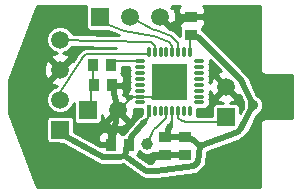
<source format=gtl>
G04 (created by PCBNEW (2013-07-07 BZR 4022)-stable) date 12/7/2014 2:09:54 AM*
%MOIN*%
G04 Gerber Fmt 3.4, Leading zero omitted, Abs format*
%FSLAX34Y34*%
G01*
G70*
G90*
G04 APERTURE LIST*
%ADD10C,0.00590551*%
%ADD11C,0.0394*%
%ADD12R,0.035X0.04*%
%ADD13R,0.011811X0.0393701*%
%ADD14O,0.011811X0.0393701*%
%ADD15O,0.0393701X0.011811*%
%ADD16R,0.0393701X0.0393701*%
%ADD17R,0.0590551X0.0590551*%
%ADD18C,0.0590551*%
%ADD19R,0.04X0.035*%
%ADD20C,0.0354331*%
%ADD21C,0.019685*%
%ADD22C,0.00787402*%
%ADD23C,0.01*%
G04 APERTURE END LIST*
G54D10*
G54D11*
X45302Y-25586D03*
G54D12*
X44109Y-22935D03*
X43509Y-22935D03*
G54D13*
X45358Y-24492D03*
G54D14*
X45555Y-24492D03*
X45751Y-24492D03*
X45948Y-24492D03*
X46145Y-24492D03*
X46342Y-24492D03*
X46539Y-24492D03*
X46736Y-24492D03*
G54D15*
X47031Y-24197D03*
X47031Y-24000D03*
X47031Y-23803D03*
X47031Y-23606D03*
X47031Y-23409D03*
X47031Y-23212D03*
X47031Y-23015D03*
X47031Y-22819D03*
G54D14*
X46736Y-22523D03*
X46539Y-22523D03*
X46342Y-22523D03*
X46145Y-22523D03*
X45948Y-22523D03*
X45751Y-22523D03*
X45555Y-22523D03*
X45358Y-22523D03*
G54D15*
X45062Y-22819D03*
X45062Y-23015D03*
X45062Y-23212D03*
X45062Y-23409D03*
X45062Y-23606D03*
X45062Y-23803D03*
X45062Y-24000D03*
X45062Y-24197D03*
G54D16*
X46047Y-23508D03*
X46440Y-23508D03*
X45653Y-23508D03*
X45653Y-23114D03*
X46047Y-23114D03*
X46440Y-23114D03*
X45653Y-23901D03*
X46047Y-23901D03*
X46440Y-23901D03*
G54D12*
X43517Y-23628D03*
X44117Y-23628D03*
G54D17*
X42400Y-25100D03*
G54D18*
X42400Y-24100D03*
X42400Y-23100D03*
X42400Y-22100D03*
G54D17*
X43724Y-21349D03*
G54D18*
X44724Y-21349D03*
X45724Y-21349D03*
G54D17*
X47933Y-24673D03*
G54D18*
X47933Y-23673D03*
G54D19*
X45885Y-25333D03*
X45885Y-25933D03*
X46771Y-21934D03*
X46771Y-21334D03*
G54D12*
X44688Y-25605D03*
X44088Y-25605D03*
G54D19*
X46568Y-25333D03*
X46568Y-25933D03*
G54D17*
X43321Y-24463D03*
G54D18*
X44321Y-24463D03*
G54D20*
X48832Y-24284D03*
X46215Y-21637D03*
X45428Y-26082D03*
G54D21*
X44765Y-25364D02*
X45206Y-24848D01*
X44765Y-25405D02*
X44765Y-25364D01*
X44765Y-25503D02*
X44765Y-25405D01*
X44688Y-25605D02*
X44765Y-25503D01*
X44353Y-26021D02*
X44576Y-25982D01*
X44173Y-26021D02*
X44353Y-26021D01*
X43823Y-26021D02*
X44173Y-26021D01*
X42568Y-25313D02*
X43823Y-26021D01*
X42527Y-25313D02*
X42568Y-25313D01*
X42429Y-25313D02*
X42527Y-25313D01*
X42232Y-25116D02*
X42429Y-25313D01*
X44611Y-25706D02*
X44688Y-25605D01*
X44611Y-25805D02*
X44611Y-25706D01*
X44611Y-25845D02*
X44611Y-25805D01*
X44576Y-25982D02*
X44611Y-25845D01*
G54D22*
X45338Y-24705D02*
X45206Y-24848D01*
X45338Y-24689D02*
X45338Y-24705D01*
X45338Y-24649D02*
X45338Y-24689D01*
X45358Y-24492D02*
X45338Y-24649D01*
G54D21*
X46873Y-22011D02*
X46771Y-21934D01*
X46971Y-22011D02*
X46873Y-22011D01*
X47012Y-22011D02*
X46971Y-22011D01*
X47070Y-22069D02*
X47012Y-22011D01*
X48443Y-23458D02*
X47070Y-22069D01*
X48832Y-24284D02*
X48443Y-23458D01*
X48318Y-25185D02*
X47061Y-25647D01*
X48445Y-25058D02*
X48318Y-25185D01*
X48832Y-24284D02*
X48445Y-25058D01*
G54D22*
X46736Y-22385D02*
X46736Y-22523D01*
X46736Y-22109D02*
X46736Y-22385D01*
X46736Y-22070D02*
X46736Y-22109D01*
X46771Y-21934D02*
X46736Y-22070D01*
G54D21*
X45265Y-26475D02*
X44576Y-25982D01*
X45591Y-26475D02*
X45265Y-26475D01*
X46858Y-26324D02*
X45591Y-26475D01*
X46985Y-26197D02*
X46858Y-26324D01*
X47061Y-25647D02*
X46985Y-26197D01*
X46670Y-25409D02*
X46568Y-25333D01*
X46768Y-25409D02*
X46670Y-25409D01*
X46809Y-25409D02*
X46768Y-25409D01*
X47061Y-25647D02*
X46809Y-25409D01*
X45986Y-25333D02*
X45885Y-25333D01*
X46085Y-25333D02*
X45986Y-25333D01*
X46368Y-25333D02*
X46085Y-25333D01*
X46466Y-25333D02*
X46368Y-25333D01*
X46568Y-25333D02*
X46466Y-25333D01*
X45986Y-25117D02*
X46071Y-24980D01*
X45986Y-25158D02*
X45986Y-25117D01*
X45986Y-25256D02*
X45986Y-25158D01*
X45885Y-25333D02*
X45986Y-25256D01*
G54D22*
X46145Y-24793D02*
X46071Y-24980D01*
X46145Y-24630D02*
X46145Y-24793D01*
X46145Y-24492D02*
X46145Y-24630D01*
X45302Y-24744D02*
X45263Y-24867D01*
X45302Y-24744D02*
X45183Y-24794D01*
X46123Y-24849D02*
X46130Y-24977D01*
X46123Y-24849D02*
X46030Y-24938D01*
X43980Y-21605D02*
X43724Y-21349D01*
X44019Y-21605D02*
X43980Y-21605D01*
X44035Y-21605D02*
X44019Y-21605D01*
X44536Y-21802D02*
X44035Y-21605D01*
X45491Y-21985D02*
X44536Y-21802D01*
X45523Y-21985D02*
X45491Y-21985D01*
X46030Y-22189D02*
X45523Y-21985D01*
X46145Y-22304D02*
X46030Y-22189D01*
X46145Y-22385D02*
X46145Y-22304D01*
X46145Y-22523D02*
X46145Y-22385D01*
X45358Y-22577D02*
X45358Y-22523D01*
X43269Y-22577D02*
X45358Y-22577D01*
X43176Y-22669D02*
X43269Y-22577D01*
X42232Y-24116D02*
X43176Y-22669D01*
X45555Y-22385D02*
X45555Y-22523D01*
X45555Y-22304D02*
X45555Y-22385D01*
X45439Y-22189D02*
X45555Y-22304D01*
X42232Y-22116D02*
X45439Y-22189D01*
X45539Y-21795D02*
X44724Y-21349D01*
X45582Y-21795D02*
X45539Y-21795D01*
X46111Y-21992D02*
X45582Y-21795D01*
X46342Y-22222D02*
X46111Y-21992D01*
X46342Y-22385D02*
X46342Y-22222D01*
X46342Y-22523D02*
X46342Y-22385D01*
G54D21*
X44194Y-23729D02*
X44117Y-23628D01*
X44194Y-23828D02*
X44194Y-23729D01*
X44194Y-23868D02*
X44194Y-23828D01*
X44321Y-24463D02*
X44194Y-23868D01*
X44165Y-25364D02*
X44321Y-24463D01*
X44165Y-25405D02*
X44165Y-25364D01*
X44165Y-25503D02*
X44165Y-25405D01*
X44088Y-25605D02*
X44165Y-25503D01*
X46670Y-21411D02*
X46771Y-21334D01*
X46571Y-21411D02*
X46670Y-21411D01*
X46530Y-21411D02*
X46571Y-21411D01*
X46215Y-21637D02*
X46530Y-21411D01*
X46466Y-25933D02*
X46568Y-25933D01*
X46368Y-25933D02*
X46466Y-25933D01*
X46085Y-25933D02*
X46368Y-25933D01*
X45986Y-25933D02*
X46085Y-25933D01*
X45885Y-25933D02*
X45986Y-25933D01*
X45783Y-26009D02*
X45885Y-25933D01*
X45685Y-26009D02*
X45783Y-26009D01*
X45644Y-26009D02*
X45685Y-26009D01*
X45428Y-26082D02*
X45644Y-26009D01*
G54D22*
X44843Y-24000D02*
X44321Y-24463D01*
X44925Y-24000D02*
X44843Y-24000D01*
X45062Y-24000D02*
X44925Y-24000D01*
X45466Y-24038D02*
X45653Y-23901D01*
X45456Y-24000D02*
X45466Y-24038D01*
X45200Y-24000D02*
X45456Y-24000D01*
X45062Y-24000D02*
X45200Y-24000D01*
X47677Y-24846D02*
X47933Y-24673D01*
X47638Y-24846D02*
X47677Y-24846D01*
X46646Y-24846D02*
X47638Y-24846D01*
X46457Y-24826D02*
X46646Y-24846D01*
X46342Y-24711D02*
X46457Y-24826D01*
X46342Y-24630D02*
X46342Y-24711D01*
X46342Y-24492D02*
X46342Y-24630D01*
X44925Y-22819D02*
X45062Y-22819D01*
X44284Y-22819D02*
X44925Y-22819D01*
X44245Y-22819D02*
X44284Y-22819D01*
X44109Y-22935D02*
X44245Y-22819D01*
X43419Y-23788D02*
X43517Y-23628D01*
X43419Y-23828D02*
X43419Y-23788D01*
X43419Y-24167D02*
X43419Y-23828D01*
X43419Y-24207D02*
X43419Y-24167D01*
X43321Y-24463D02*
X43419Y-24207D01*
X43513Y-23467D02*
X43517Y-23628D01*
X43513Y-23428D02*
X43513Y-23467D01*
X43513Y-23135D02*
X43513Y-23428D01*
X43513Y-23095D02*
X43513Y-23135D01*
X43509Y-22935D02*
X43513Y-23095D01*
X45948Y-24630D02*
X45948Y-24492D01*
X45941Y-24708D02*
X45948Y-24630D01*
X45830Y-24819D02*
X45941Y-24708D01*
X45619Y-25000D02*
X45830Y-24819D01*
X45527Y-25092D02*
X45619Y-25000D01*
X45302Y-25586D02*
X45527Y-25092D01*
G54D10*
G36*
X44811Y-24000D02*
X44767Y-24029D01*
X44680Y-24029D01*
X44631Y-24073D01*
X44606Y-23985D01*
X44511Y-23952D01*
X44542Y-23878D01*
X44542Y-23778D01*
X44542Y-23740D01*
X44479Y-23678D01*
X44167Y-23678D01*
X44167Y-23686D01*
X44067Y-23686D01*
X44067Y-23678D01*
X44059Y-23678D01*
X44059Y-23578D01*
X44067Y-23578D01*
X44067Y-23570D01*
X44167Y-23570D01*
X44167Y-23578D01*
X44479Y-23578D01*
X44542Y-23515D01*
X44542Y-23477D01*
X44542Y-23378D01*
X44504Y-23286D01*
X44433Y-23216D01*
X44433Y-23215D01*
X44452Y-23168D01*
X44452Y-23101D01*
X44452Y-23026D01*
X44692Y-23026D01*
X44708Y-23102D01*
X44715Y-23114D01*
X44708Y-23125D01*
X44690Y-23212D01*
X44708Y-23299D01*
X44715Y-23311D01*
X44708Y-23322D01*
X44690Y-23409D01*
X44708Y-23496D01*
X44715Y-23508D01*
X44708Y-23519D01*
X44690Y-23606D01*
X44708Y-23693D01*
X44715Y-23704D01*
X44708Y-23716D01*
X44691Y-23797D01*
X44671Y-23816D01*
X44625Y-23922D01*
X44680Y-23970D01*
X44767Y-23970D01*
X44811Y-24000D01*
X44811Y-24000D01*
G37*
G54D23*
X44811Y-24000D02*
X44767Y-24029D01*
X44680Y-24029D01*
X44631Y-24073D01*
X44606Y-23985D01*
X44511Y-23952D01*
X44542Y-23878D01*
X44542Y-23778D01*
X44542Y-23740D01*
X44479Y-23678D01*
X44167Y-23678D01*
X44167Y-23686D01*
X44067Y-23686D01*
X44067Y-23678D01*
X44059Y-23678D01*
X44059Y-23578D01*
X44067Y-23578D01*
X44067Y-23570D01*
X44167Y-23570D01*
X44167Y-23578D01*
X44479Y-23578D01*
X44542Y-23515D01*
X44542Y-23477D01*
X44542Y-23378D01*
X44504Y-23286D01*
X44433Y-23216D01*
X44433Y-23215D01*
X44452Y-23168D01*
X44452Y-23101D01*
X44452Y-23026D01*
X44692Y-23026D01*
X44708Y-23102D01*
X44715Y-23114D01*
X44708Y-23125D01*
X44690Y-23212D01*
X44708Y-23299D01*
X44715Y-23311D01*
X44708Y-23322D01*
X44690Y-23409D01*
X44708Y-23496D01*
X44715Y-23508D01*
X44708Y-23519D01*
X44690Y-23606D01*
X44708Y-23693D01*
X44715Y-23704D01*
X44708Y-23716D01*
X44691Y-23797D01*
X44671Y-23816D01*
X44625Y-23922D01*
X44680Y-23970D01*
X44767Y-23970D01*
X44811Y-24000D01*
G54D10*
G36*
X45131Y-24591D02*
X45103Y-24603D01*
X45095Y-24608D01*
X45086Y-24611D01*
X45052Y-24637D01*
X45036Y-24648D01*
X45034Y-24652D01*
X45004Y-24675D01*
X44633Y-25108D01*
X44633Y-24845D01*
X44321Y-24533D01*
X44009Y-24845D01*
X44036Y-24940D01*
X44240Y-25013D01*
X44457Y-25002D01*
X44606Y-24940D01*
X44633Y-24845D01*
X44633Y-25108D01*
X44562Y-25190D01*
X44542Y-25227D01*
X44535Y-25236D01*
X44480Y-25236D01*
X44458Y-25246D01*
X44404Y-25193D01*
X44313Y-25155D01*
X44201Y-25155D01*
X44138Y-25217D01*
X44138Y-25555D01*
X44146Y-25555D01*
X44146Y-25655D01*
X44138Y-25655D01*
X44138Y-25662D01*
X44038Y-25662D01*
X44038Y-25655D01*
X44038Y-25555D01*
X44038Y-25217D01*
X43976Y-25155D01*
X43864Y-25155D01*
X43772Y-25193D01*
X43701Y-25263D01*
X43663Y-25355D01*
X43663Y-25454D01*
X43663Y-25492D01*
X43726Y-25555D01*
X44038Y-25555D01*
X44038Y-25655D01*
X43726Y-25655D01*
X43722Y-25658D01*
X42863Y-25173D01*
X42863Y-24804D01*
X42883Y-24853D01*
X42930Y-24900D01*
X42992Y-24926D01*
X43059Y-24926D01*
X43649Y-24926D01*
X43711Y-24901D01*
X43759Y-24853D01*
X43784Y-24792D01*
X43784Y-24725D01*
X43784Y-24605D01*
X43844Y-24748D01*
X43938Y-24774D01*
X44250Y-24463D01*
X44245Y-24457D01*
X44315Y-24386D01*
X44321Y-24392D01*
X44326Y-24386D01*
X44397Y-24457D01*
X44392Y-24463D01*
X44703Y-24774D01*
X44798Y-24748D01*
X44871Y-24543D01*
X44864Y-24413D01*
X44918Y-24424D01*
X45131Y-24424D01*
X45131Y-24591D01*
X45131Y-24591D01*
G37*
G54D23*
X45131Y-24591D02*
X45103Y-24603D01*
X45095Y-24608D01*
X45086Y-24611D01*
X45052Y-24637D01*
X45036Y-24648D01*
X45034Y-24652D01*
X45004Y-24675D01*
X44633Y-25108D01*
X44633Y-24845D01*
X44321Y-24533D01*
X44009Y-24845D01*
X44036Y-24940D01*
X44240Y-25013D01*
X44457Y-25002D01*
X44606Y-24940D01*
X44633Y-24845D01*
X44633Y-25108D01*
X44562Y-25190D01*
X44542Y-25227D01*
X44535Y-25236D01*
X44480Y-25236D01*
X44458Y-25246D01*
X44404Y-25193D01*
X44313Y-25155D01*
X44201Y-25155D01*
X44138Y-25217D01*
X44138Y-25555D01*
X44146Y-25555D01*
X44146Y-25655D01*
X44138Y-25655D01*
X44138Y-25662D01*
X44038Y-25662D01*
X44038Y-25655D01*
X44038Y-25555D01*
X44038Y-25217D01*
X43976Y-25155D01*
X43864Y-25155D01*
X43772Y-25193D01*
X43701Y-25263D01*
X43663Y-25355D01*
X43663Y-25454D01*
X43663Y-25492D01*
X43726Y-25555D01*
X44038Y-25555D01*
X44038Y-25655D01*
X43726Y-25655D01*
X43722Y-25658D01*
X42863Y-25173D01*
X42863Y-24804D01*
X42883Y-24853D01*
X42930Y-24900D01*
X42992Y-24926D01*
X43059Y-24926D01*
X43649Y-24926D01*
X43711Y-24901D01*
X43759Y-24853D01*
X43784Y-24792D01*
X43784Y-24725D01*
X43784Y-24605D01*
X43844Y-24748D01*
X43938Y-24774D01*
X44250Y-24463D01*
X44245Y-24457D01*
X44315Y-24386D01*
X44321Y-24392D01*
X44326Y-24386D01*
X44397Y-24457D01*
X44392Y-24463D01*
X44703Y-24774D01*
X44798Y-24748D01*
X44871Y-24543D01*
X44864Y-24413D01*
X44918Y-24424D01*
X45131Y-24424D01*
X45131Y-24591D01*
G54D10*
G36*
X45711Y-23098D02*
X45708Y-23099D01*
X45638Y-23169D01*
X45637Y-23172D01*
X45603Y-23172D01*
X45603Y-23164D01*
X45603Y-23123D01*
X45595Y-23115D01*
X45595Y-23064D01*
X45603Y-23064D01*
X45603Y-23056D01*
X45655Y-23056D01*
X45662Y-23064D01*
X45703Y-23064D01*
X45711Y-23064D01*
X45711Y-23098D01*
X45711Y-23098D01*
G37*
G54D23*
X45711Y-23098D02*
X45708Y-23099D01*
X45638Y-23169D01*
X45637Y-23172D01*
X45603Y-23172D01*
X45603Y-23164D01*
X45603Y-23123D01*
X45595Y-23115D01*
X45595Y-23064D01*
X45603Y-23064D01*
X45603Y-23056D01*
X45655Y-23056D01*
X45662Y-23064D01*
X45703Y-23064D01*
X45711Y-23064D01*
X45711Y-23098D01*
G54D10*
G36*
X45711Y-23951D02*
X45703Y-23951D01*
X45662Y-23951D01*
X45655Y-23959D01*
X45603Y-23959D01*
X45603Y-23951D01*
X45595Y-23951D01*
X45595Y-23900D01*
X45603Y-23892D01*
X45603Y-23851D01*
X45603Y-23843D01*
X45637Y-23843D01*
X45638Y-23846D01*
X45708Y-23916D01*
X45711Y-23917D01*
X45711Y-23951D01*
X45711Y-23951D01*
G37*
G54D23*
X45711Y-23951D02*
X45703Y-23951D01*
X45662Y-23951D01*
X45655Y-23959D01*
X45603Y-23959D01*
X45603Y-23951D01*
X45595Y-23951D01*
X45595Y-23900D01*
X45603Y-23892D01*
X45603Y-23851D01*
X45603Y-23843D01*
X45637Y-23843D01*
X45638Y-23846D01*
X45708Y-23916D01*
X45711Y-23917D01*
X45711Y-23951D01*
G54D10*
G36*
X46498Y-23115D02*
X46490Y-23123D01*
X46490Y-23164D01*
X46490Y-23172D01*
X46457Y-23172D01*
X46455Y-23169D01*
X46385Y-23099D01*
X46383Y-23098D01*
X46383Y-23064D01*
X46390Y-23064D01*
X46431Y-23064D01*
X46439Y-23056D01*
X46490Y-23056D01*
X46490Y-23064D01*
X46498Y-23064D01*
X46498Y-23115D01*
X46498Y-23115D01*
G37*
G54D23*
X46498Y-23115D02*
X46490Y-23123D01*
X46490Y-23164D01*
X46490Y-23172D01*
X46457Y-23172D01*
X46455Y-23169D01*
X46385Y-23099D01*
X46383Y-23098D01*
X46383Y-23064D01*
X46390Y-23064D01*
X46431Y-23064D01*
X46439Y-23056D01*
X46490Y-23056D01*
X46490Y-23064D01*
X46498Y-23064D01*
X46498Y-23115D01*
G54D10*
G36*
X46498Y-23951D02*
X46490Y-23951D01*
X46490Y-23959D01*
X46439Y-23959D01*
X46431Y-23951D01*
X46390Y-23951D01*
X46383Y-23951D01*
X46383Y-23917D01*
X46385Y-23916D01*
X46455Y-23846D01*
X46457Y-23843D01*
X46490Y-23843D01*
X46490Y-23851D01*
X46490Y-23892D01*
X46498Y-23900D01*
X46498Y-23951D01*
X46498Y-23951D01*
G37*
G54D23*
X46498Y-23951D02*
X46490Y-23951D01*
X46490Y-23959D01*
X46439Y-23959D01*
X46431Y-23951D01*
X46390Y-23951D01*
X46383Y-23951D01*
X46383Y-23917D01*
X46385Y-23916D01*
X46455Y-23846D01*
X46457Y-23843D01*
X46490Y-23843D01*
X46490Y-23851D01*
X46490Y-23892D01*
X46498Y-23900D01*
X46498Y-23951D01*
G54D10*
G36*
X46626Y-25983D02*
X46618Y-25983D01*
X46618Y-25991D01*
X46518Y-25991D01*
X46518Y-25983D01*
X46181Y-25983D01*
X46180Y-25983D01*
X45935Y-25983D01*
X45935Y-25991D01*
X45835Y-25991D01*
X45835Y-25983D01*
X45497Y-25983D01*
X45435Y-26045D01*
X45434Y-26157D01*
X45456Y-26209D01*
X45351Y-26209D01*
X44970Y-25936D01*
X45005Y-25900D01*
X45031Y-25838D01*
X45031Y-25831D01*
X45095Y-25895D01*
X45229Y-25951D01*
X45374Y-25951D01*
X45508Y-25895D01*
X45521Y-25883D01*
X45835Y-25883D01*
X45835Y-25875D01*
X45935Y-25875D01*
X45935Y-25883D01*
X46272Y-25883D01*
X46272Y-25883D01*
X46518Y-25883D01*
X46518Y-25875D01*
X46618Y-25875D01*
X46618Y-25883D01*
X46626Y-25883D01*
X46626Y-25983D01*
X46626Y-25983D01*
G37*
G54D23*
X46626Y-25983D02*
X46618Y-25983D01*
X46618Y-25991D01*
X46518Y-25991D01*
X46518Y-25983D01*
X46181Y-25983D01*
X46180Y-25983D01*
X45935Y-25983D01*
X45935Y-25991D01*
X45835Y-25991D01*
X45835Y-25983D01*
X45497Y-25983D01*
X45435Y-26045D01*
X45434Y-26157D01*
X45456Y-26209D01*
X45351Y-26209D01*
X44970Y-25936D01*
X45005Y-25900D01*
X45031Y-25838D01*
X45031Y-25831D01*
X45095Y-25895D01*
X45229Y-25951D01*
X45374Y-25951D01*
X45508Y-25895D01*
X45521Y-25883D01*
X45835Y-25883D01*
X45835Y-25875D01*
X45935Y-25875D01*
X45935Y-25883D01*
X46272Y-25883D01*
X46272Y-25883D01*
X46518Y-25883D01*
X46518Y-25875D01*
X46618Y-25875D01*
X46618Y-25883D01*
X46626Y-25883D01*
X46626Y-25983D01*
G54D10*
G36*
X48495Y-24195D02*
X48486Y-24215D01*
X48486Y-24352D01*
X48492Y-24366D01*
X48397Y-24558D01*
X48397Y-24344D01*
X48371Y-24282D01*
X48324Y-24235D01*
X48262Y-24209D01*
X48195Y-24209D01*
X48075Y-24209D01*
X48218Y-24150D01*
X48245Y-24055D01*
X47933Y-23743D01*
X47622Y-24055D01*
X47648Y-24150D01*
X47815Y-24209D01*
X47605Y-24209D01*
X47543Y-24235D01*
X47496Y-24282D01*
X47470Y-24344D01*
X47470Y-24411D01*
X47470Y-24639D01*
X46962Y-24639D01*
X46963Y-24637D01*
X46963Y-24424D01*
X47176Y-24424D01*
X47263Y-24406D01*
X47337Y-24357D01*
X47386Y-24283D01*
X47403Y-24197D01*
X47386Y-24110D01*
X47378Y-24098D01*
X47386Y-24087D01*
X47403Y-24000D01*
X47386Y-23913D01*
X47378Y-23901D01*
X47386Y-23890D01*
X47399Y-23821D01*
X47456Y-23958D01*
X47551Y-23985D01*
X47863Y-23673D01*
X47551Y-23361D01*
X47456Y-23388D01*
X47394Y-23561D01*
X47386Y-23519D01*
X47378Y-23508D01*
X47386Y-23496D01*
X47403Y-23409D01*
X47386Y-23322D01*
X47378Y-23311D01*
X47386Y-23299D01*
X47403Y-23212D01*
X47386Y-23125D01*
X47378Y-23114D01*
X47386Y-23102D01*
X47403Y-23015D01*
X47386Y-22928D01*
X47378Y-22917D01*
X47386Y-22905D01*
X47403Y-22819D01*
X47395Y-22776D01*
X47763Y-23148D01*
X47648Y-23195D01*
X47622Y-23290D01*
X47933Y-23602D01*
X47939Y-23596D01*
X48010Y-23667D01*
X48004Y-23673D01*
X48316Y-23985D01*
X48386Y-23965D01*
X48495Y-24195D01*
X48495Y-24195D01*
G37*
G54D23*
X48495Y-24195D02*
X48486Y-24215D01*
X48486Y-24352D01*
X48492Y-24366D01*
X48397Y-24558D01*
X48397Y-24344D01*
X48371Y-24282D01*
X48324Y-24235D01*
X48262Y-24209D01*
X48195Y-24209D01*
X48075Y-24209D01*
X48218Y-24150D01*
X48245Y-24055D01*
X47933Y-23743D01*
X47622Y-24055D01*
X47648Y-24150D01*
X47815Y-24209D01*
X47605Y-24209D01*
X47543Y-24235D01*
X47496Y-24282D01*
X47470Y-24344D01*
X47470Y-24411D01*
X47470Y-24639D01*
X46962Y-24639D01*
X46963Y-24637D01*
X46963Y-24424D01*
X47176Y-24424D01*
X47263Y-24406D01*
X47337Y-24357D01*
X47386Y-24283D01*
X47403Y-24197D01*
X47386Y-24110D01*
X47378Y-24098D01*
X47386Y-24087D01*
X47403Y-24000D01*
X47386Y-23913D01*
X47378Y-23901D01*
X47386Y-23890D01*
X47399Y-23821D01*
X47456Y-23958D01*
X47551Y-23985D01*
X47863Y-23673D01*
X47551Y-23361D01*
X47456Y-23388D01*
X47394Y-23561D01*
X47386Y-23519D01*
X47378Y-23508D01*
X47386Y-23496D01*
X47403Y-23409D01*
X47386Y-23322D01*
X47378Y-23311D01*
X47386Y-23299D01*
X47403Y-23212D01*
X47386Y-23125D01*
X47378Y-23114D01*
X47386Y-23102D01*
X47403Y-23015D01*
X47386Y-22928D01*
X47378Y-22917D01*
X47386Y-22905D01*
X47403Y-22819D01*
X47395Y-22776D01*
X47763Y-23148D01*
X47648Y-23195D01*
X47622Y-23290D01*
X47933Y-23602D01*
X47939Y-23596D01*
X48010Y-23667D01*
X48004Y-23673D01*
X48316Y-23985D01*
X48386Y-23965D01*
X48495Y-24195D01*
G54D10*
G36*
X50132Y-24732D02*
X49240Y-24732D01*
X49168Y-24746D01*
X49107Y-24787D01*
X49066Y-24848D01*
X49052Y-24920D01*
X49052Y-27012D01*
X41627Y-27012D01*
X40687Y-24565D01*
X40687Y-23434D01*
X41627Y-20987D01*
X43274Y-20987D01*
X43261Y-21020D01*
X43260Y-21087D01*
X43260Y-21678D01*
X43286Y-21740D01*
X43333Y-21787D01*
X43395Y-21813D01*
X43462Y-21813D01*
X43996Y-21813D01*
X44363Y-21957D01*
X42828Y-21922D01*
X42793Y-21837D01*
X42662Y-21707D01*
X42492Y-21636D01*
X42308Y-21636D01*
X42137Y-21706D01*
X42007Y-21837D01*
X41936Y-22007D01*
X41936Y-22191D01*
X42006Y-22362D01*
X42137Y-22492D01*
X42297Y-22559D01*
X42263Y-22560D01*
X42114Y-22622D01*
X42088Y-22717D01*
X42400Y-23029D01*
X42711Y-22717D01*
X42685Y-22622D01*
X42504Y-22558D01*
X42662Y-22493D01*
X42792Y-22362D01*
X42803Y-22337D01*
X44252Y-22370D01*
X43269Y-22370D01*
X43189Y-22385D01*
X43167Y-22400D01*
X43122Y-22430D01*
X43030Y-22523D01*
X43021Y-22536D01*
X43002Y-22555D01*
X42840Y-22804D01*
X42782Y-22788D01*
X42470Y-23100D01*
X42476Y-23105D01*
X42405Y-23176D01*
X42400Y-23170D01*
X42329Y-23241D01*
X42329Y-23100D01*
X42017Y-22788D01*
X41922Y-22814D01*
X41849Y-23019D01*
X41860Y-23236D01*
X41922Y-23385D01*
X42017Y-23411D01*
X42329Y-23100D01*
X42329Y-23241D01*
X42088Y-23482D01*
X42114Y-23577D01*
X42294Y-23641D01*
X42293Y-23642D01*
X42137Y-23706D01*
X42007Y-23837D01*
X41936Y-24007D01*
X41936Y-24191D01*
X42006Y-24362D01*
X42137Y-24492D01*
X42307Y-24563D01*
X42491Y-24563D01*
X42662Y-24493D01*
X42792Y-24362D01*
X42858Y-24205D01*
X42858Y-24758D01*
X42837Y-24709D01*
X42790Y-24662D01*
X42728Y-24636D01*
X42661Y-24636D01*
X42071Y-24636D01*
X42009Y-24662D01*
X41962Y-24709D01*
X41936Y-24771D01*
X41936Y-24838D01*
X41936Y-25428D01*
X41962Y-25490D01*
X42009Y-25537D01*
X42071Y-25563D01*
X42138Y-25563D01*
X42345Y-25563D01*
X42345Y-25563D01*
X42429Y-25580D01*
X42429Y-25580D01*
X42498Y-25580D01*
X43693Y-26253D01*
X43706Y-26257D01*
X43721Y-26267D01*
X43762Y-26276D01*
X43792Y-26285D01*
X43805Y-26284D01*
X43823Y-26288D01*
X44173Y-26288D01*
X44353Y-26288D01*
X44376Y-26283D01*
X44399Y-26284D01*
X44512Y-26264D01*
X45110Y-26692D01*
X45135Y-26703D01*
X45163Y-26722D01*
X45187Y-26726D01*
X45205Y-26735D01*
X45233Y-26736D01*
X45265Y-26742D01*
X45591Y-26742D01*
X45607Y-26739D01*
X45623Y-26740D01*
X46889Y-26589D01*
X46926Y-26577D01*
X46960Y-26570D01*
X46972Y-26562D01*
X46988Y-26557D01*
X47017Y-26532D01*
X47046Y-26513D01*
X47173Y-26386D01*
X47192Y-26358D01*
X47214Y-26332D01*
X47221Y-26315D01*
X47231Y-26299D01*
X47237Y-26266D01*
X47249Y-26234D01*
X47303Y-25842D01*
X48410Y-25434D01*
X48414Y-25432D01*
X48420Y-25431D01*
X48469Y-25398D01*
X48499Y-25380D01*
X48501Y-25377D01*
X48507Y-25373D01*
X48634Y-25246D01*
X48657Y-25211D01*
X48684Y-25177D01*
X48971Y-24600D01*
X49027Y-24577D01*
X49124Y-24480D01*
X49177Y-24353D01*
X49177Y-24216D01*
X49124Y-24089D01*
X49027Y-23992D01*
X48979Y-23971D01*
X48691Y-23361D01*
X48691Y-23357D01*
X48687Y-23350D01*
X48684Y-23345D01*
X48674Y-23331D01*
X48633Y-23270D01*
X47259Y-21881D01*
X47258Y-21881D01*
X47258Y-21880D01*
X47200Y-21822D01*
X47139Y-21782D01*
X47139Y-21782D01*
X47139Y-21726D01*
X47130Y-21704D01*
X47183Y-21651D01*
X47221Y-21559D01*
X47221Y-21447D01*
X47159Y-21384D01*
X46821Y-21384D01*
X46821Y-21392D01*
X46721Y-21392D01*
X46721Y-21384D01*
X46384Y-21384D01*
X46321Y-21447D01*
X46321Y-21559D01*
X46359Y-21651D01*
X46412Y-21704D01*
X46403Y-21726D01*
X46403Y-21793D01*
X46403Y-21990D01*
X46274Y-21861D01*
X46258Y-21845D01*
X46254Y-21842D01*
X46252Y-21840D01*
X46231Y-21827D01*
X46191Y-21800D01*
X46186Y-21799D01*
X46184Y-21798D01*
X46033Y-21742D01*
X46036Y-21732D01*
X45724Y-21420D01*
X45718Y-21426D01*
X45648Y-21355D01*
X45653Y-21349D01*
X45648Y-21344D01*
X45718Y-21273D01*
X45724Y-21279D01*
X45729Y-21273D01*
X45800Y-21344D01*
X45795Y-21349D01*
X46106Y-21661D01*
X46201Y-21634D01*
X46274Y-21430D01*
X46263Y-21213D01*
X46201Y-21064D01*
X46106Y-21037D01*
X46152Y-20992D01*
X46147Y-20987D01*
X46390Y-20987D01*
X46359Y-21018D01*
X46321Y-21110D01*
X46321Y-21222D01*
X46384Y-21284D01*
X46721Y-21284D01*
X46721Y-21276D01*
X46821Y-21276D01*
X46821Y-21284D01*
X47159Y-21284D01*
X47221Y-21222D01*
X47221Y-21110D01*
X47183Y-21018D01*
X47153Y-20987D01*
X49052Y-20987D01*
X49052Y-23080D01*
X49066Y-23151D01*
X49107Y-23212D01*
X49168Y-23253D01*
X49240Y-23267D01*
X50132Y-23267D01*
X50132Y-24732D01*
X50132Y-24732D01*
G37*
G54D23*
X50132Y-24732D02*
X49240Y-24732D01*
X49168Y-24746D01*
X49107Y-24787D01*
X49066Y-24848D01*
X49052Y-24920D01*
X49052Y-27012D01*
X41627Y-27012D01*
X40687Y-24565D01*
X40687Y-23434D01*
X41627Y-20987D01*
X43274Y-20987D01*
X43261Y-21020D01*
X43260Y-21087D01*
X43260Y-21678D01*
X43286Y-21740D01*
X43333Y-21787D01*
X43395Y-21813D01*
X43462Y-21813D01*
X43996Y-21813D01*
X44363Y-21957D01*
X42828Y-21922D01*
X42793Y-21837D01*
X42662Y-21707D01*
X42492Y-21636D01*
X42308Y-21636D01*
X42137Y-21706D01*
X42007Y-21837D01*
X41936Y-22007D01*
X41936Y-22191D01*
X42006Y-22362D01*
X42137Y-22492D01*
X42297Y-22559D01*
X42263Y-22560D01*
X42114Y-22622D01*
X42088Y-22717D01*
X42400Y-23029D01*
X42711Y-22717D01*
X42685Y-22622D01*
X42504Y-22558D01*
X42662Y-22493D01*
X42792Y-22362D01*
X42803Y-22337D01*
X44252Y-22370D01*
X43269Y-22370D01*
X43189Y-22385D01*
X43167Y-22400D01*
X43122Y-22430D01*
X43030Y-22523D01*
X43021Y-22536D01*
X43002Y-22555D01*
X42840Y-22804D01*
X42782Y-22788D01*
X42470Y-23100D01*
X42476Y-23105D01*
X42405Y-23176D01*
X42400Y-23170D01*
X42329Y-23241D01*
X42329Y-23100D01*
X42017Y-22788D01*
X41922Y-22814D01*
X41849Y-23019D01*
X41860Y-23236D01*
X41922Y-23385D01*
X42017Y-23411D01*
X42329Y-23100D01*
X42329Y-23241D01*
X42088Y-23482D01*
X42114Y-23577D01*
X42294Y-23641D01*
X42293Y-23642D01*
X42137Y-23706D01*
X42007Y-23837D01*
X41936Y-24007D01*
X41936Y-24191D01*
X42006Y-24362D01*
X42137Y-24492D01*
X42307Y-24563D01*
X42491Y-24563D01*
X42662Y-24493D01*
X42792Y-24362D01*
X42858Y-24205D01*
X42858Y-24758D01*
X42837Y-24709D01*
X42790Y-24662D01*
X42728Y-24636D01*
X42661Y-24636D01*
X42071Y-24636D01*
X42009Y-24662D01*
X41962Y-24709D01*
X41936Y-24771D01*
X41936Y-24838D01*
X41936Y-25428D01*
X41962Y-25490D01*
X42009Y-25537D01*
X42071Y-25563D01*
X42138Y-25563D01*
X42345Y-25563D01*
X42345Y-25563D01*
X42429Y-25580D01*
X42429Y-25580D01*
X42498Y-25580D01*
X43693Y-26253D01*
X43706Y-26257D01*
X43721Y-26267D01*
X43762Y-26276D01*
X43792Y-26285D01*
X43805Y-26284D01*
X43823Y-26288D01*
X44173Y-26288D01*
X44353Y-26288D01*
X44376Y-26283D01*
X44399Y-26284D01*
X44512Y-26264D01*
X45110Y-26692D01*
X45135Y-26703D01*
X45163Y-26722D01*
X45187Y-26726D01*
X45205Y-26735D01*
X45233Y-26736D01*
X45265Y-26742D01*
X45591Y-26742D01*
X45607Y-26739D01*
X45623Y-26740D01*
X46889Y-26589D01*
X46926Y-26577D01*
X46960Y-26570D01*
X46972Y-26562D01*
X46988Y-26557D01*
X47017Y-26532D01*
X47046Y-26513D01*
X47173Y-26386D01*
X47192Y-26358D01*
X47214Y-26332D01*
X47221Y-26315D01*
X47231Y-26299D01*
X47237Y-26266D01*
X47249Y-26234D01*
X47303Y-25842D01*
X48410Y-25434D01*
X48414Y-25432D01*
X48420Y-25431D01*
X48469Y-25398D01*
X48499Y-25380D01*
X48501Y-25377D01*
X48507Y-25373D01*
X48634Y-25246D01*
X48657Y-25211D01*
X48684Y-25177D01*
X48971Y-24600D01*
X49027Y-24577D01*
X49124Y-24480D01*
X49177Y-24353D01*
X49177Y-24216D01*
X49124Y-24089D01*
X49027Y-23992D01*
X48979Y-23971D01*
X48691Y-23361D01*
X48691Y-23357D01*
X48687Y-23350D01*
X48684Y-23345D01*
X48674Y-23331D01*
X48633Y-23270D01*
X47259Y-21881D01*
X47258Y-21881D01*
X47258Y-21880D01*
X47200Y-21822D01*
X47139Y-21782D01*
X47139Y-21782D01*
X47139Y-21726D01*
X47130Y-21704D01*
X47183Y-21651D01*
X47221Y-21559D01*
X47221Y-21447D01*
X47159Y-21384D01*
X46821Y-21384D01*
X46821Y-21392D01*
X46721Y-21392D01*
X46721Y-21384D01*
X46384Y-21384D01*
X46321Y-21447D01*
X46321Y-21559D01*
X46359Y-21651D01*
X46412Y-21704D01*
X46403Y-21726D01*
X46403Y-21793D01*
X46403Y-21990D01*
X46274Y-21861D01*
X46258Y-21845D01*
X46254Y-21842D01*
X46252Y-21840D01*
X46231Y-21827D01*
X46191Y-21800D01*
X46186Y-21799D01*
X46184Y-21798D01*
X46033Y-21742D01*
X46036Y-21732D01*
X45724Y-21420D01*
X45718Y-21426D01*
X45648Y-21355D01*
X45653Y-21349D01*
X45648Y-21344D01*
X45718Y-21273D01*
X45724Y-21279D01*
X45729Y-21273D01*
X45800Y-21344D01*
X45795Y-21349D01*
X46106Y-21661D01*
X46201Y-21634D01*
X46274Y-21430D01*
X46263Y-21213D01*
X46201Y-21064D01*
X46106Y-21037D01*
X46152Y-20992D01*
X46147Y-20987D01*
X46390Y-20987D01*
X46359Y-21018D01*
X46321Y-21110D01*
X46321Y-21222D01*
X46384Y-21284D01*
X46721Y-21284D01*
X46721Y-21276D01*
X46821Y-21276D01*
X46821Y-21284D01*
X47159Y-21284D01*
X47221Y-21222D01*
X47221Y-21110D01*
X47183Y-21018D01*
X47153Y-20987D01*
X49052Y-20987D01*
X49052Y-23080D01*
X49066Y-23151D01*
X49107Y-23212D01*
X49168Y-23253D01*
X49240Y-23267D01*
X50132Y-23267D01*
X50132Y-24732D01*
M02*

</source>
